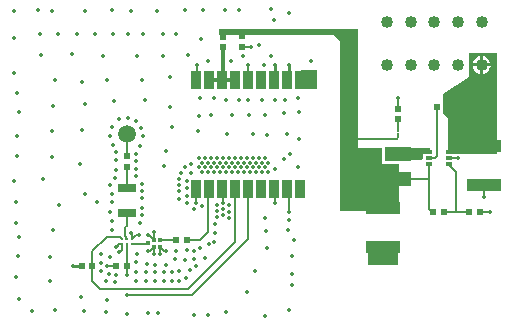
<source format=gtl>
G04*
G04 #@! TF.GenerationSoftware,Altium Limited,Altium Designer,25.8.1 (18)*
G04*
G04 Layer_Physical_Order=1*
G04 Layer_Color=255*
%FSLAX25Y25*%
%MOIN*%
G70*
G04*
G04 #@! TF.SameCoordinates,B1CEF322-6E4B-462D-A777-0404C650DA73*
G04*
G04*
G04 #@! TF.FilePolarity,Positive*
G04*
G01*
G75*
%ADD12C,0.00600*%
%ADD13R,0.00984X0.00984*%
%ADD14R,0.02165X0.02362*%
%ADD15R,0.02362X0.02165*%
%ADD16R,0.03543X0.06299*%
%ADD17R,0.01870X0.01181*%
%ADD18R,0.11221X0.03937*%
%ADD19R,0.01181X0.01476*%
%ADD20R,0.02362X0.02441*%
%ADD21R,0.02441X0.02362*%
%ADD22R,0.02441X0.02323*%
%ADD23R,0.00787X0.00512*%
%ADD24R,0.06457X0.03150*%
%ADD25R,0.08740X0.04842*%
%ADD39C,0.01400*%
%ADD40C,0.00800*%
%ADD41C,0.00562*%
%ADD42C,0.01000*%
%ADD43C,0.01200*%
%ADD44C,0.04000*%
%ADD45C,0.05906*%
G36*
X227500Y463000D02*
X222000D01*
Y469500D01*
X227500D01*
Y463000D01*
D02*
G37*
G36*
X287500Y441597D02*
X271175D01*
Y453325D01*
X269500Y455000D01*
Y461481D01*
X278000Y467000D01*
Y475000D01*
X287500D01*
Y441597D01*
D02*
G37*
G36*
X265000Y442268D02*
X264323Y441590D01*
X262766D01*
Y440033D01*
X262232Y439500D01*
X250500D01*
Y443500D01*
X265000D01*
Y442268D01*
D02*
G37*
G36*
X241000Y443500D02*
X249130D01*
Y438079D01*
X254543D01*
Y422500D01*
X235000D01*
Y479000D01*
X233000Y481000D01*
X194818D01*
Y483000D01*
X241000D01*
Y443500D01*
D02*
G37*
G36*
X254500Y404500D02*
X244500D01*
Y410000D01*
X254500D01*
Y404500D01*
D02*
G37*
%LPC*%
G36*
X282748Y474080D02*
Y471620D01*
X285208D01*
X285171Y471903D01*
X284869Y472633D01*
X284388Y473260D01*
X283761Y473740D01*
X283031Y474043D01*
X282748Y474080D01*
D02*
G37*
G36*
X281748D02*
X281465Y474043D01*
X280735Y473740D01*
X280108Y473260D01*
X279627Y472633D01*
X279325Y471903D01*
X279288Y471620D01*
X281748D01*
Y474080D01*
D02*
G37*
G36*
X285208Y470620D02*
X282748D01*
Y468160D01*
X283031Y468197D01*
X283761Y468500D01*
X284388Y468980D01*
X284869Y469607D01*
X285171Y470337D01*
X285208Y470620D01*
D02*
G37*
G36*
X281748D02*
X279288D01*
X279325Y470337D01*
X279627Y469607D01*
X280108Y468980D01*
X280735Y468500D01*
X281465Y468197D01*
X281748Y468160D01*
Y470620D01*
D02*
G37*
%LPD*%
D12*
X218000Y422000D02*
Y429382D01*
X217492Y429890D02*
X218000Y429382D01*
X204500Y466110D02*
Y471000D01*
X187177Y466110D02*
X187500Y466433D01*
Y471000D01*
X213161Y429890D02*
X213500Y429551D01*
Y425000D02*
Y429551D01*
X254495Y447781D02*
X254500Y447776D01*
Y447000D02*
Y447776D01*
X254000Y446500D02*
X254500Y447000D01*
X240000Y446500D02*
X254000D01*
X254500Y449279D02*
Y453000D01*
Y449279D02*
X254503Y449276D01*
X180456Y412760D02*
X180471Y412746D01*
X170929Y411527D02*
X171031Y411630D01*
X165575Y411425D02*
X165677Y411527D01*
D13*
X162425Y411425D02*
D03*
X164000D02*
D03*
X165575D02*
D03*
Y413000D02*
D03*
X164000D02*
D03*
X162425D02*
D03*
D14*
X254500Y453000D02*
D03*
Y456543D02*
D03*
D15*
X278000Y422000D02*
D03*
X281543D02*
D03*
X148957Y404000D02*
D03*
X152500D02*
D03*
X269543Y422000D02*
D03*
X266000D02*
D03*
X270772Y457000D02*
D03*
X267228D02*
D03*
D16*
X221823Y429890D02*
D03*
X217492D02*
D03*
X213161D02*
D03*
X208831D02*
D03*
X204500D02*
D03*
X200169D02*
D03*
X195839D02*
D03*
X191508D02*
D03*
X187177D02*
D03*
Y466110D02*
D03*
X191508D02*
D03*
X195839D02*
D03*
X200169D02*
D03*
X204500D02*
D03*
X208831D02*
D03*
X213161D02*
D03*
X217492D02*
D03*
X221823D02*
D03*
D17*
X271299Y438031D02*
D03*
Y440000D02*
D03*
Y441968D02*
D03*
X264701D02*
D03*
Y440000D02*
D03*
Y438031D02*
D03*
D18*
X249500Y423500D02*
D03*
Y410508D02*
D03*
X283000Y443992D02*
D03*
Y431000D02*
D03*
D19*
X171031Y411630D02*
D03*
X173000Y410500D02*
D03*
X174969D02*
D03*
Y412760D02*
D03*
X173000D02*
D03*
D20*
X160378Y404000D02*
D03*
X164000D02*
D03*
X184093Y412746D02*
D03*
X180471D02*
D03*
D21*
X202500Y480622D02*
D03*
Y477000D02*
D03*
X164000Y440622D02*
D03*
Y437000D02*
D03*
D22*
X196000Y477000D02*
D03*
Y480583D02*
D03*
D23*
X254500Y447988D02*
D03*
Y449000D02*
D03*
D24*
X164000Y430232D02*
D03*
Y421768D02*
D03*
D25*
X254500Y432957D02*
D03*
Y441500D02*
D03*
D39*
X161500Y408662D02*
D03*
X254500Y460000D02*
D03*
X285000Y422000D02*
D03*
X157500Y404000D02*
D03*
X165500Y415000D02*
D03*
X274500Y440000D02*
D03*
X205500Y477000D02*
D03*
X187000Y425000D02*
D03*
X196000D02*
D03*
X218000Y422000D02*
D03*
Y419600D02*
D03*
X221155Y437267D02*
D03*
X213444Y436556D02*
D03*
X216523Y439634D02*
D03*
X218444Y441556D02*
D03*
X218000Y471000D02*
D03*
X213500D02*
D03*
X237000Y430000D02*
D03*
Y428000D02*
D03*
Y426000D02*
D03*
Y424000D02*
D03*
X225500Y465000D02*
D03*
X209827Y471095D02*
D03*
X208194Y477806D02*
D03*
X225500Y468000D02*
D03*
X212000Y474000D02*
D03*
X213000Y486200D02*
D03*
X191000Y472500D02*
D03*
X188728Y479850D02*
D03*
X217570Y416200D02*
D03*
X202646Y474178D02*
D03*
X252500Y407000D02*
D03*
X250500D02*
D03*
X248500D02*
D03*
X246500D02*
D03*
X283000Y427000D02*
D03*
X210128Y387413D02*
D03*
X218124Y389337D02*
D03*
X219160Y397926D02*
D03*
Y401479D02*
D03*
X219012Y407402D02*
D03*
X219604Y412733D02*
D03*
X210000Y420000D02*
D03*
X210276Y415694D02*
D03*
X210720Y410068D02*
D03*
X206722Y402368D02*
D03*
X204000Y395500D02*
D03*
X196949Y388745D02*
D03*
X148678Y393928D02*
D03*
X157414Y392891D02*
D03*
X191174Y387857D02*
D03*
X186288D02*
D03*
X174500Y388500D02*
D03*
X171185Y388301D02*
D03*
X164000Y388000D02*
D03*
X156970Y388893D02*
D03*
X149714Y389189D02*
D03*
X140000Y389500D02*
D03*
X132500Y389000D02*
D03*
X221413Y446586D02*
D03*
X217500Y448000D02*
D03*
X210813Y447829D02*
D03*
X206037Y448157D02*
D03*
X197400Y447960D02*
D03*
X187846Y449007D02*
D03*
X187912Y454111D02*
D03*
X192000Y454500D02*
D03*
X199166Y454503D02*
D03*
X204728Y454307D02*
D03*
X210000Y454500D02*
D03*
X216500Y455000D02*
D03*
X221500Y455500D02*
D03*
X221000Y460000D02*
D03*
X216833Y459607D02*
D03*
X213500Y459500D02*
D03*
X209000D02*
D03*
X204500D02*
D03*
X201500D02*
D03*
X197000D02*
D03*
X193000Y460000D02*
D03*
X188500D02*
D03*
X138292Y398999D02*
D03*
X138500Y407000D02*
D03*
X139500Y416000D02*
D03*
X141500Y424500D02*
D03*
X148500Y438000D02*
D03*
X139000Y440500D02*
D03*
Y449000D02*
D03*
X149000Y449500D02*
D03*
X176500Y437500D02*
D03*
X177000Y442500D02*
D03*
X179000Y450500D02*
D03*
X178355Y457063D02*
D03*
X170000Y459500D02*
D03*
X159762Y459129D02*
D03*
X150000Y458000D02*
D03*
X139500Y457500D02*
D03*
X139989Y465990D02*
D03*
X149000Y465500D02*
D03*
X157500Y466000D02*
D03*
X169000D02*
D03*
X178500Y467000D02*
D03*
X176000Y474000D02*
D03*
X184500Y474500D02*
D03*
X167500Y474000D02*
D03*
X156073Y474106D02*
D03*
X145744Y474697D02*
D03*
X135500Y474500D02*
D03*
X135000Y481500D02*
D03*
X141000D02*
D03*
X147293Y481484D02*
D03*
X153500Y481500D02*
D03*
X159500D02*
D03*
X164500D02*
D03*
X169280Y481484D02*
D03*
X176067Y481337D02*
D03*
X180500Y481500D02*
D03*
X198649Y472354D02*
D03*
X189497Y489536D02*
D03*
X217901Y488511D02*
D03*
X211944Y489653D02*
D03*
X201500Y489500D02*
D03*
X196818Y489536D02*
D03*
X183500Y489500D02*
D03*
X174124Y489243D02*
D03*
X165500Y489000D02*
D03*
X159000Y489500D02*
D03*
X150000Y489000D02*
D03*
X139000D02*
D03*
X134500Y489500D02*
D03*
X126500Y489000D02*
D03*
Y480000D02*
D03*
X126477Y468510D02*
D03*
X127499Y461810D02*
D03*
X127953Y455337D02*
D03*
X127272Y447502D02*
D03*
X127499Y440915D02*
D03*
X126500Y432500D02*
D03*
X128000Y393000D02*
D03*
X127000Y400500D02*
D03*
X127612Y407415D02*
D03*
X127953Y413661D02*
D03*
X127000Y418500D02*
D03*
Y425500D02*
D03*
X136000Y433000D02*
D03*
X150000Y428000D02*
D03*
X154000Y425500D02*
D03*
X168500Y418500D02*
D03*
X169000Y421000D02*
D03*
Y423500D02*
D03*
X169179Y426780D02*
D03*
X169000Y429000D02*
D03*
Y431500D02*
D03*
X167000Y434000D02*
D03*
Y436500D02*
D03*
Y439000D02*
D03*
Y441500D02*
D03*
X168252Y444058D02*
D03*
X169500Y447500D02*
D03*
X168837Y450061D02*
D03*
X167080Y452453D02*
D03*
X164500Y453500D02*
D03*
X161500Y453000D02*
D03*
X159000Y450500D02*
D03*
X158500Y447500D02*
D03*
X159500Y444500D02*
D03*
X160500Y442000D02*
D03*
Y439500D02*
D03*
Y436000D02*
D03*
X160000Y433500D02*
D03*
X158500Y431000D02*
D03*
X159000Y428000D02*
D03*
Y425500D02*
D03*
X158500Y422000D02*
D03*
X159000Y419000D02*
D03*
Y416000D02*
D03*
X160005Y398717D02*
D03*
X160500Y401000D02*
D03*
X157000Y399000D02*
D03*
X158500Y407000D02*
D03*
X155500Y405000D02*
D03*
Y408000D02*
D03*
X158000Y401500D02*
D03*
X155500Y402500D02*
D03*
X167519Y408282D02*
D03*
X167129Y405549D02*
D03*
X170741Y404719D02*
D03*
X173500Y404500D02*
D03*
X177000D02*
D03*
X181500Y402500D02*
D03*
X179000Y402000D02*
D03*
X176500D02*
D03*
X173500D02*
D03*
X170500D02*
D03*
X167000D02*
D03*
Y399000D02*
D03*
X170500D02*
D03*
X173500D02*
D03*
X176500D02*
D03*
X179000D02*
D03*
X181500D02*
D03*
X183772Y400229D02*
D03*
X185188Y402621D02*
D03*
X187000Y404000D02*
D03*
X190166Y406672D02*
D03*
X186500Y406500D02*
D03*
X183500Y406000D02*
D03*
X180000Y406500D02*
D03*
X180500Y409000D02*
D03*
X184000Y409500D02*
D03*
X186500Y409000D02*
D03*
X188500Y410000D02*
D03*
X191240Y411357D02*
D03*
X193000Y412000D02*
D03*
X193500Y415000D02*
D03*
Y418000D02*
D03*
X198000Y420000D02*
D03*
X194000Y420500D02*
D03*
X196000Y421000D02*
D03*
X198000Y422000D02*
D03*
X194000Y422500D02*
D03*
X196000Y423000D02*
D03*
X198000Y424500D02*
D03*
X194000D02*
D03*
X186500Y423000D02*
D03*
X189000Y424000D02*
D03*
X184000Y425000D02*
D03*
X181500Y426500D02*
D03*
Y429000D02*
D03*
Y431000D02*
D03*
Y433000D02*
D03*
X182000Y435000D02*
D03*
X183500Y437000D02*
D03*
X188000Y440000D02*
D03*
X190000D02*
D03*
X192000D02*
D03*
X194000D02*
D03*
X196000D02*
D03*
X198000D02*
D03*
X200000D02*
D03*
X202000D02*
D03*
X204000D02*
D03*
X206000D02*
D03*
X208000D02*
D03*
X210000D02*
D03*
X211000Y438500D02*
D03*
X209000D02*
D03*
X207000D02*
D03*
X205000D02*
D03*
X203000D02*
D03*
X201000D02*
D03*
X199000D02*
D03*
X197000D02*
D03*
X195000D02*
D03*
X193000D02*
D03*
X191000D02*
D03*
X189000D02*
D03*
X185500Y438000D02*
D03*
X188000Y437000D02*
D03*
X190000D02*
D03*
X192000D02*
D03*
X194000D02*
D03*
X196000D02*
D03*
X198000D02*
D03*
X200000D02*
D03*
X202000D02*
D03*
X204000D02*
D03*
X206000D02*
D03*
X208000D02*
D03*
X210000D02*
D03*
X211000Y435500D02*
D03*
X209000D02*
D03*
X207000D02*
D03*
X205000D02*
D03*
X203000D02*
D03*
X201000D02*
D03*
X199000D02*
D03*
X197000D02*
D03*
X195000D02*
D03*
X193000D02*
D03*
X191000D02*
D03*
X189000D02*
D03*
X185500Y435000D02*
D03*
X184000Y432500D02*
D03*
Y430000D02*
D03*
Y427500D02*
D03*
X160500Y410500D02*
D03*
X146000Y404000D02*
D03*
X168000Y414500D02*
D03*
X177000Y409000D02*
D03*
X175000Y408000D02*
D03*
X171000Y414500D02*
D03*
X173000Y415500D02*
D03*
X171000Y409000D02*
D03*
X173000Y408000D02*
D03*
X225500Y472500D02*
D03*
X204500Y471000D02*
D03*
X187500D02*
D03*
X213500Y425000D02*
D03*
X164000Y401000D02*
D03*
Y394300D02*
D03*
D40*
X264891Y440191D02*
X266760D01*
X267228Y440659D01*
Y457000D01*
X161500Y408662D02*
X162425Y409588D01*
X164000Y401000D02*
Y404000D01*
X162425Y409588D02*
Y411333D01*
X164000Y404000D02*
Y411425D01*
X161495Y411333D02*
X162425D01*
X254500Y456543D02*
Y460000D01*
X281543Y422000D02*
X285000D01*
X157500Y404000D02*
X160378D01*
X165537Y413092D02*
Y414963D01*
X165500Y415000D02*
X165537Y414963D01*
Y413092D02*
X165667D01*
X271299Y440000D02*
X274500D01*
X202500Y477000D02*
X205500D01*
X187000Y425000D02*
Y429713D01*
X196000Y425000D02*
Y429728D01*
X283000Y427000D02*
Y431000D01*
X195839Y429890D02*
X196000Y429728D01*
X187000Y429713D02*
X187177Y429890D01*
X174984Y410337D02*
Y410484D01*
Y408016D02*
Y410337D01*
X176206Y409115D01*
X174969Y410352D02*
X174984Y410337D01*
X176206Y409115D02*
X176885D01*
X177000Y409000D01*
X174969Y410352D02*
Y410500D01*
X174984Y408016D02*
X175000Y408000D01*
X174969Y410500D02*
X174984Y410484D01*
X173000Y412760D02*
Y412908D01*
X171375Y414385D02*
X172662Y413098D01*
X171115Y414385D02*
X171375D01*
X172809Y413098D02*
X173000Y412908D01*
X172662Y413098D02*
X172809D01*
X173000Y410352D02*
Y410500D01*
Y408000D02*
Y410352D01*
X171762Y409115D02*
X173000Y410352D01*
X171000Y409000D02*
X171115Y409115D01*
X171762D01*
X173000Y412908D02*
Y415500D01*
X171000Y414500D02*
X171115Y414385D01*
X160500Y410500D02*
X160662D01*
X161495Y411333D01*
X165667Y413092D02*
X166960Y414385D01*
X165575Y413000D02*
X165667Y413092D01*
X166960Y414385D02*
X167885D01*
X168000Y414500D01*
X200169Y412169D02*
Y429890D01*
X152500Y399000D02*
Y404000D01*
Y399000D02*
X155000Y396500D01*
X184500D02*
X200169Y412169D01*
X155000Y396500D02*
X184500D01*
X152500Y409000D02*
X157334Y413834D01*
X152500Y404000D02*
Y409000D01*
X157334Y413834D02*
X161666D01*
Y413760D02*
Y413834D01*
Y413760D02*
X162425Y413000D01*
X204500D02*
Y429890D01*
X185800Y394300D02*
X204500Y413000D01*
X164000Y394300D02*
X185800D01*
X273772Y422000D02*
X278000D01*
X269543D02*
X273772D01*
X271644Y438031D02*
X271834Y437841D01*
X273772Y422000D02*
Y435559D01*
X271299Y438031D02*
X271644D01*
X271834Y437497D02*
Y437841D01*
Y437497D02*
X273772Y435559D01*
X264701Y433000D02*
Y438031D01*
Y423201D02*
Y433000D01*
X254500Y432957D02*
X254543Y433000D01*
X264701D01*
Y423201D02*
X265902Y422000D01*
X266000D01*
X264701Y440000D02*
X264891Y440191D01*
X254500Y432957D02*
X255000Y432457D01*
D41*
X163798Y413202D02*
Y413900D01*
X163519Y414179D02*
Y417086D01*
X164000Y417567D02*
Y421768D01*
X163798Y413202D02*
X164000Y413000D01*
X163519Y414179D02*
X163798Y413900D01*
X163519Y417086D02*
X164000Y417567D01*
X188246Y412746D02*
X191000Y415500D01*
X184093Y412746D02*
X188246D01*
X191000Y429382D02*
X191508Y429890D01*
X191000Y415500D02*
Y429382D01*
X164000Y440622D02*
Y448000D01*
X174969Y412760D02*
X180456D01*
X165677Y411527D02*
X170929D01*
X164000Y430232D02*
Y437000D01*
D42*
X218000Y466618D02*
Y471000D01*
X217492Y466110D02*
X218000Y466618D01*
X213161Y466110D02*
X213500Y466449D01*
Y471000D01*
X146000Y404000D02*
X148957D01*
D43*
X195839Y466110D02*
X195919Y466191D01*
Y476919D01*
X196000Y477000D01*
X191508Y466110D02*
X195839D01*
X200169D01*
D44*
X250752Y471120D02*
D03*
X258626D02*
D03*
X266500D02*
D03*
X274374D02*
D03*
X282248D02*
D03*
X250752Y485500D02*
D03*
X282248D02*
D03*
X274374D02*
D03*
X266500D02*
D03*
X258626D02*
D03*
D45*
X164000Y448000D02*
D03*
M02*

</source>
